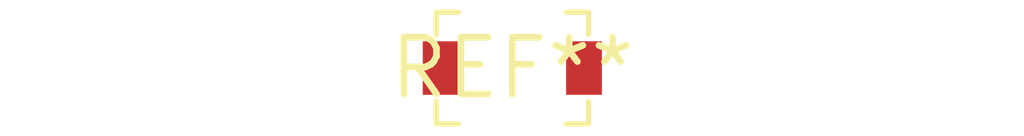
<source format=kicad_pcb>
(kicad_pcb (version 20240108) (generator pcbnew)
  (layers (0 "F.Cu" signal) (31 "B.Cu" signal) (34 "B.Paste" user) (35 "F.Paste" user) (36 "B.SilkS" user "B.Silkscreen") (37 "F.SilkS" user "F.Silkscreen") (38 "B.Mask" user) (39 "F.Mask" user) (44 "Edge.Cuts" user))
  (net 0 "")
  (footprint "C_Trimmer_Murata_TZY2" (layer "F.Cu") (at 0 0)
    (property "Reference" "REF**")
    (property "Value" "C_Trimmer_Murata_TZY2")
    (fp_line (start -1.7 -1.25) (end -1.7 -0.75) (layer "F.SilkS") (stroke (width 0.12)))
    (fp_line (start -1.7 -1.25) (end -1.2 -1.25) (layer "F.SilkS") (stroke (width 0.12)))
    (fp_line (start -1.7 1.25) (end -1.7 0.75) (layer "F.SilkS") (stroke (width 0.12)))
    (fp_line (start -1.7 1.25) (end -1.2 1.25) (layer "F.SilkS") (stroke (width 0.12)))
    (fp_line (start 1.7 -1.25) (end 1.2 -1.25) (layer "F.SilkS") (stroke (width 0.12)))
    (fp_line (start 1.7 -1.25) (end 1.7 -0.75) (layer "F.SilkS") (stroke (width 0.12)))
    (fp_line (start 1.7 1.25) (end 1.2 1.25) (layer "F.SilkS") (stroke (width 0.12)))
    (fp_line (start 1.7 1.25) (end 1.7 0.75) (layer "F.SilkS") (stroke (width 0.12)))
    (pad "1" smd rect (at -1.6 0) (size 0.8 1.2) (layers "F.Cu" "F.Paste" "F.Mask"))
    (pad "2" smd rect (at 1.6 0) (size 0.8 1.2) (layers "F.Cu" "F.Paste" "F.Mask"))
  )
)
</source>
